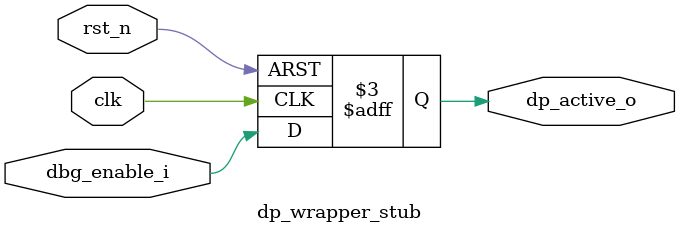
<source format=sv>
`timescale 1ns/1ps
module dp_wrapper_stub (
  input  logic clk, rst_n,
  input  logic dbg_enable_i,   // DAP enable (¿ì¸® designÀÇ dbg_enable_o)
  output logic dp_active_o     // DAP block°¡ "È°¼ºÈ­µÊ" Ç¥½Ã
);
  always_ff @(posedge clk or negedge rst_n) begin
    if (!rst_n) dp_active_o <= 1'b0;
    else        dp_active_o <= dbg_enable_i;
  end
endmodule

</source>
